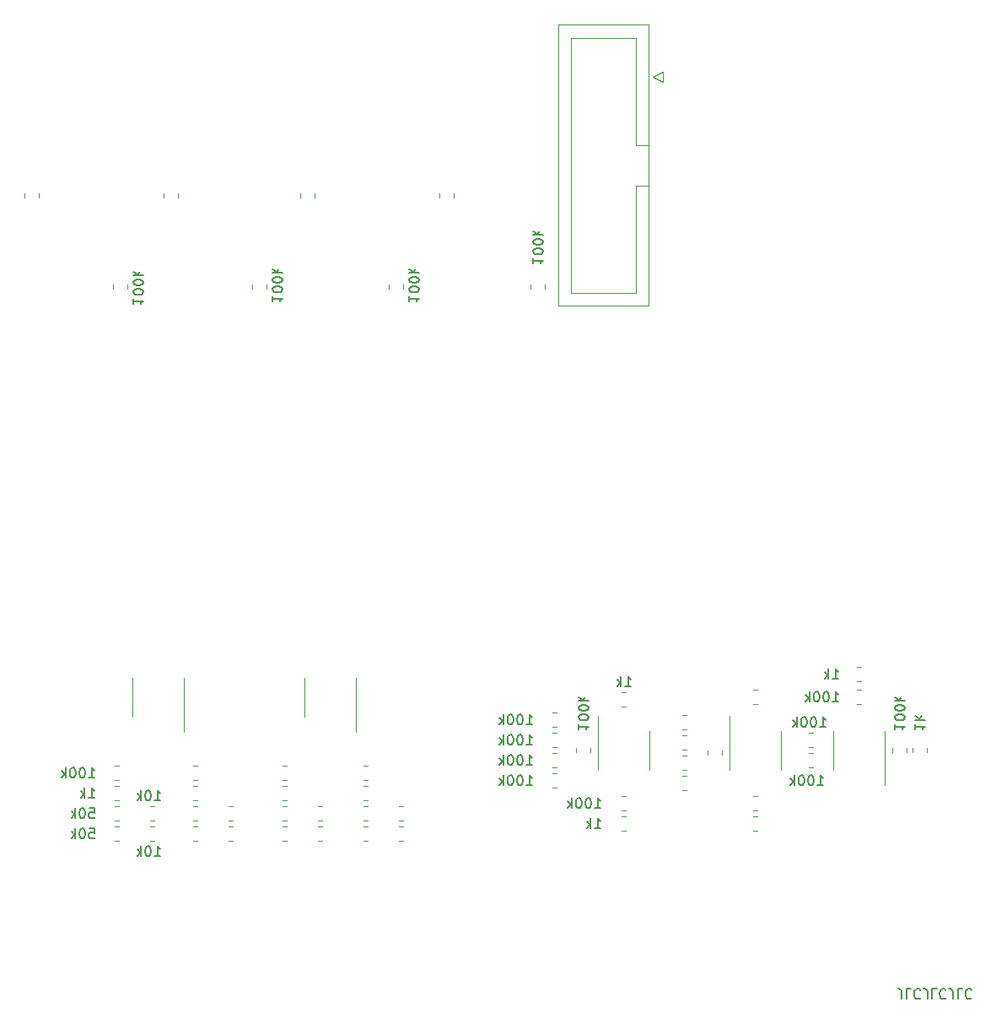
<source format=gbr>
%TF.GenerationSoftware,KiCad,Pcbnew,(6.0.0-0)*%
%TF.CreationDate,2022-12-13T14:04:23-05:00*%
%TF.ProjectId,mixer,6d697865-722e-46b6-9963-61645f706362,rev?*%
%TF.SameCoordinates,Original*%
%TF.FileFunction,Legend,Bot*%
%TF.FilePolarity,Positive*%
%FSLAX46Y46*%
G04 Gerber Fmt 4.6, Leading zero omitted, Abs format (unit mm)*
G04 Created by KiCad (PCBNEW (6.0.0-0)) date 2022-12-13 14:04:23*
%MOMM*%
%LPD*%
G01*
G04 APERTURE LIST*
%ADD10C,0.150000*%
%ADD11C,0.120000*%
G04 APERTURE END LIST*
D10*
X45930595Y-120946380D02*
X46502023Y-120946380D01*
X46216309Y-120946380D02*
X46216309Y-119946380D01*
X46311547Y-120089238D01*
X46406785Y-120184476D01*
X46502023Y-120232095D01*
X45502023Y-120946380D02*
X45502023Y-119946380D01*
X45406785Y-120565428D02*
X45121071Y-120946380D01*
X45121071Y-120279714D02*
X45502023Y-120660666D01*
X119082595Y-119676380D02*
X119654023Y-119676380D01*
X119368309Y-119676380D02*
X119368309Y-118676380D01*
X119463547Y-118819238D01*
X119558785Y-118914476D01*
X119654023Y-118962095D01*
X118463547Y-118676380D02*
X118368309Y-118676380D01*
X118273071Y-118724000D01*
X118225452Y-118771619D01*
X118177833Y-118866857D01*
X118130214Y-119057333D01*
X118130214Y-119295428D01*
X118177833Y-119485904D01*
X118225452Y-119581142D01*
X118273071Y-119628761D01*
X118368309Y-119676380D01*
X118463547Y-119676380D01*
X118558785Y-119628761D01*
X118606404Y-119581142D01*
X118654023Y-119485904D01*
X118701642Y-119295428D01*
X118701642Y-119057333D01*
X118654023Y-118866857D01*
X118606404Y-118771619D01*
X118558785Y-118724000D01*
X118463547Y-118676380D01*
X117511166Y-118676380D02*
X117415928Y-118676380D01*
X117320690Y-118724000D01*
X117273071Y-118771619D01*
X117225452Y-118866857D01*
X117177833Y-119057333D01*
X117177833Y-119295428D01*
X117225452Y-119485904D01*
X117273071Y-119581142D01*
X117320690Y-119628761D01*
X117415928Y-119676380D01*
X117511166Y-119676380D01*
X117606404Y-119628761D01*
X117654023Y-119581142D01*
X117701642Y-119485904D01*
X117749261Y-119295428D01*
X117749261Y-119057333D01*
X117701642Y-118866857D01*
X117654023Y-118771619D01*
X117606404Y-118724000D01*
X117511166Y-118676380D01*
X116749261Y-119676380D02*
X116749261Y-118676380D01*
X116654023Y-119295428D02*
X116368309Y-119676380D01*
X116368309Y-119009714D02*
X116749261Y-119390666D01*
X126855619Y-113538595D02*
X126855619Y-114110023D01*
X126855619Y-113824309D02*
X127855619Y-113824309D01*
X127712761Y-113919547D01*
X127617523Y-114014785D01*
X127569904Y-114110023D01*
X127855619Y-112919547D02*
X127855619Y-112824309D01*
X127808000Y-112729071D01*
X127760380Y-112681452D01*
X127665142Y-112633833D01*
X127474666Y-112586214D01*
X127236571Y-112586214D01*
X127046095Y-112633833D01*
X126950857Y-112681452D01*
X126903238Y-112729071D01*
X126855619Y-112824309D01*
X126855619Y-112919547D01*
X126903238Y-113014785D01*
X126950857Y-113062404D01*
X127046095Y-113110023D01*
X127236571Y-113157642D01*
X127474666Y-113157642D01*
X127665142Y-113110023D01*
X127760380Y-113062404D01*
X127808000Y-113014785D01*
X127855619Y-112919547D01*
X127855619Y-111967166D02*
X127855619Y-111871928D01*
X127808000Y-111776690D01*
X127760380Y-111729071D01*
X127665142Y-111681452D01*
X127474666Y-111633833D01*
X127236571Y-111633833D01*
X127046095Y-111681452D01*
X126950857Y-111729071D01*
X126903238Y-111776690D01*
X126855619Y-111871928D01*
X126855619Y-111967166D01*
X126903238Y-112062404D01*
X126950857Y-112110023D01*
X127046095Y-112157642D01*
X127236571Y-112205261D01*
X127474666Y-112205261D01*
X127665142Y-112157642D01*
X127760380Y-112110023D01*
X127808000Y-112062404D01*
X127855619Y-111967166D01*
X126855619Y-111205261D02*
X127855619Y-111205261D01*
X127236571Y-111110023D02*
X126855619Y-110824309D01*
X127522285Y-110824309D02*
X127141333Y-111205261D01*
X89872595Y-115612380D02*
X90444023Y-115612380D01*
X90158309Y-115612380D02*
X90158309Y-114612380D01*
X90253547Y-114755238D01*
X90348785Y-114850476D01*
X90444023Y-114898095D01*
X89253547Y-114612380D02*
X89158309Y-114612380D01*
X89063071Y-114660000D01*
X89015452Y-114707619D01*
X88967833Y-114802857D01*
X88920214Y-114993333D01*
X88920214Y-115231428D01*
X88967833Y-115421904D01*
X89015452Y-115517142D01*
X89063071Y-115564761D01*
X89158309Y-115612380D01*
X89253547Y-115612380D01*
X89348785Y-115564761D01*
X89396404Y-115517142D01*
X89444023Y-115421904D01*
X89491642Y-115231428D01*
X89491642Y-114993333D01*
X89444023Y-114802857D01*
X89396404Y-114707619D01*
X89348785Y-114660000D01*
X89253547Y-114612380D01*
X88301166Y-114612380D02*
X88205928Y-114612380D01*
X88110690Y-114660000D01*
X88063071Y-114707619D01*
X88015452Y-114802857D01*
X87967833Y-114993333D01*
X87967833Y-115231428D01*
X88015452Y-115421904D01*
X88063071Y-115517142D01*
X88110690Y-115564761D01*
X88205928Y-115612380D01*
X88301166Y-115612380D01*
X88396404Y-115564761D01*
X88444023Y-115517142D01*
X88491642Y-115421904D01*
X88539261Y-115231428D01*
X88539261Y-114993333D01*
X88491642Y-114802857D01*
X88444023Y-114707619D01*
X88396404Y-114660000D01*
X88301166Y-114612380D01*
X87539261Y-115612380D02*
X87539261Y-114612380D01*
X87444023Y-115231428D02*
X87158309Y-115612380D01*
X87158309Y-114945714D02*
X87539261Y-115326666D01*
X99778595Y-109770380D02*
X100350023Y-109770380D01*
X100064309Y-109770380D02*
X100064309Y-108770380D01*
X100159547Y-108913238D01*
X100254785Y-109008476D01*
X100350023Y-109056095D01*
X99350023Y-109770380D02*
X99350023Y-108770380D01*
X99254785Y-109389428D02*
X98969071Y-109770380D01*
X98969071Y-109103714D02*
X99350023Y-109484666D01*
X50401619Y-70866595D02*
X50401619Y-71438023D01*
X50401619Y-71152309D02*
X51401619Y-71152309D01*
X51258761Y-71247547D01*
X51163523Y-71342785D01*
X51115904Y-71438023D01*
X51401619Y-70247547D02*
X51401619Y-70152309D01*
X51354000Y-70057071D01*
X51306380Y-70009452D01*
X51211142Y-69961833D01*
X51020666Y-69914214D01*
X50782571Y-69914214D01*
X50592095Y-69961833D01*
X50496857Y-70009452D01*
X50449238Y-70057071D01*
X50401619Y-70152309D01*
X50401619Y-70247547D01*
X50449238Y-70342785D01*
X50496857Y-70390404D01*
X50592095Y-70438023D01*
X50782571Y-70485642D01*
X51020666Y-70485642D01*
X51211142Y-70438023D01*
X51306380Y-70390404D01*
X51354000Y-70342785D01*
X51401619Y-70247547D01*
X51401619Y-69295166D02*
X51401619Y-69199928D01*
X51354000Y-69104690D01*
X51306380Y-69057071D01*
X51211142Y-69009452D01*
X51020666Y-68961833D01*
X50782571Y-68961833D01*
X50592095Y-69009452D01*
X50496857Y-69057071D01*
X50449238Y-69104690D01*
X50401619Y-69199928D01*
X50401619Y-69295166D01*
X50449238Y-69390404D01*
X50496857Y-69438023D01*
X50592095Y-69485642D01*
X50782571Y-69533261D01*
X51020666Y-69533261D01*
X51211142Y-69485642D01*
X51306380Y-69438023D01*
X51354000Y-69390404D01*
X51401619Y-69295166D01*
X50401619Y-68533261D02*
X51401619Y-68533261D01*
X50782571Y-68438023D02*
X50401619Y-68152309D01*
X51068285Y-68152309D02*
X50687333Y-68533261D01*
X96730595Y-121962380D02*
X97302023Y-121962380D01*
X97016309Y-121962380D02*
X97016309Y-120962380D01*
X97111547Y-121105238D01*
X97206785Y-121200476D01*
X97302023Y-121248095D01*
X96111547Y-120962380D02*
X96016309Y-120962380D01*
X95921071Y-121010000D01*
X95873452Y-121057619D01*
X95825833Y-121152857D01*
X95778214Y-121343333D01*
X95778214Y-121581428D01*
X95825833Y-121771904D01*
X95873452Y-121867142D01*
X95921071Y-121914761D01*
X96016309Y-121962380D01*
X96111547Y-121962380D01*
X96206785Y-121914761D01*
X96254404Y-121867142D01*
X96302023Y-121771904D01*
X96349642Y-121581428D01*
X96349642Y-121343333D01*
X96302023Y-121152857D01*
X96254404Y-121057619D01*
X96206785Y-121010000D01*
X96111547Y-120962380D01*
X95159166Y-120962380D02*
X95063928Y-120962380D01*
X94968690Y-121010000D01*
X94921071Y-121057619D01*
X94873452Y-121152857D01*
X94825833Y-121343333D01*
X94825833Y-121581428D01*
X94873452Y-121771904D01*
X94921071Y-121867142D01*
X94968690Y-121914761D01*
X95063928Y-121962380D01*
X95159166Y-121962380D01*
X95254404Y-121914761D01*
X95302023Y-121867142D01*
X95349642Y-121771904D01*
X95397261Y-121581428D01*
X95397261Y-121343333D01*
X95349642Y-121152857D01*
X95302023Y-121057619D01*
X95254404Y-121010000D01*
X95159166Y-120962380D01*
X94397261Y-121962380D02*
X94397261Y-120962380D01*
X94302023Y-121581428D02*
X94016309Y-121962380D01*
X94016309Y-121295714D02*
X94397261Y-121676666D01*
X89872595Y-119676380D02*
X90444023Y-119676380D01*
X90158309Y-119676380D02*
X90158309Y-118676380D01*
X90253547Y-118819238D01*
X90348785Y-118914476D01*
X90444023Y-118962095D01*
X89253547Y-118676380D02*
X89158309Y-118676380D01*
X89063071Y-118724000D01*
X89015452Y-118771619D01*
X88967833Y-118866857D01*
X88920214Y-119057333D01*
X88920214Y-119295428D01*
X88967833Y-119485904D01*
X89015452Y-119581142D01*
X89063071Y-119628761D01*
X89158309Y-119676380D01*
X89253547Y-119676380D01*
X89348785Y-119628761D01*
X89396404Y-119581142D01*
X89444023Y-119485904D01*
X89491642Y-119295428D01*
X89491642Y-119057333D01*
X89444023Y-118866857D01*
X89396404Y-118771619D01*
X89348785Y-118724000D01*
X89253547Y-118676380D01*
X88301166Y-118676380D02*
X88205928Y-118676380D01*
X88110690Y-118724000D01*
X88063071Y-118771619D01*
X88015452Y-118866857D01*
X87967833Y-119057333D01*
X87967833Y-119295428D01*
X88015452Y-119485904D01*
X88063071Y-119581142D01*
X88110690Y-119628761D01*
X88205928Y-119676380D01*
X88301166Y-119676380D01*
X88396404Y-119628761D01*
X88444023Y-119581142D01*
X88491642Y-119485904D01*
X88539261Y-119295428D01*
X88539261Y-119057333D01*
X88491642Y-118866857D01*
X88444023Y-118771619D01*
X88396404Y-118724000D01*
X88301166Y-118676380D01*
X87539261Y-119676380D02*
X87539261Y-118676380D01*
X87444023Y-119295428D02*
X87158309Y-119676380D01*
X87158309Y-119009714D02*
X87539261Y-119390666D01*
X45978214Y-124010380D02*
X46454404Y-124010380D01*
X46502023Y-124486571D01*
X46454404Y-124438952D01*
X46359166Y-124391333D01*
X46121071Y-124391333D01*
X46025833Y-124438952D01*
X45978214Y-124486571D01*
X45930595Y-124581809D01*
X45930595Y-124819904D01*
X45978214Y-124915142D01*
X46025833Y-124962761D01*
X46121071Y-125010380D01*
X46359166Y-125010380D01*
X46454404Y-124962761D01*
X46502023Y-124915142D01*
X45311547Y-124010380D02*
X45216309Y-124010380D01*
X45121071Y-124058000D01*
X45073452Y-124105619D01*
X45025833Y-124200857D01*
X44978214Y-124391333D01*
X44978214Y-124629428D01*
X45025833Y-124819904D01*
X45073452Y-124915142D01*
X45121071Y-124962761D01*
X45216309Y-125010380D01*
X45311547Y-125010380D01*
X45406785Y-124962761D01*
X45454404Y-124915142D01*
X45502023Y-124819904D01*
X45549642Y-124629428D01*
X45549642Y-124391333D01*
X45502023Y-124200857D01*
X45454404Y-124105619D01*
X45406785Y-124058000D01*
X45311547Y-124010380D01*
X44549642Y-125010380D02*
X44549642Y-124010380D01*
X44454404Y-124629428D02*
X44168690Y-125010380D01*
X44168690Y-124343714D02*
X44549642Y-124724666D01*
X90533619Y-66802595D02*
X90533619Y-67374023D01*
X90533619Y-67088309D02*
X91533619Y-67088309D01*
X91390761Y-67183547D01*
X91295523Y-67278785D01*
X91247904Y-67374023D01*
X91533619Y-66183547D02*
X91533619Y-66088309D01*
X91486000Y-65993071D01*
X91438380Y-65945452D01*
X91343142Y-65897833D01*
X91152666Y-65850214D01*
X90914571Y-65850214D01*
X90724095Y-65897833D01*
X90628857Y-65945452D01*
X90581238Y-65993071D01*
X90533619Y-66088309D01*
X90533619Y-66183547D01*
X90581238Y-66278785D01*
X90628857Y-66326404D01*
X90724095Y-66374023D01*
X90914571Y-66421642D01*
X91152666Y-66421642D01*
X91343142Y-66374023D01*
X91438380Y-66326404D01*
X91486000Y-66278785D01*
X91533619Y-66183547D01*
X91533619Y-65231166D02*
X91533619Y-65135928D01*
X91486000Y-65040690D01*
X91438380Y-64993071D01*
X91343142Y-64945452D01*
X91152666Y-64897833D01*
X90914571Y-64897833D01*
X90724095Y-64945452D01*
X90628857Y-64993071D01*
X90581238Y-65040690D01*
X90533619Y-65135928D01*
X90533619Y-65231166D01*
X90581238Y-65326404D01*
X90628857Y-65374023D01*
X90724095Y-65421642D01*
X90914571Y-65469261D01*
X91152666Y-65469261D01*
X91343142Y-65421642D01*
X91438380Y-65374023D01*
X91486000Y-65326404D01*
X91533619Y-65231166D01*
X90533619Y-64469261D02*
X91533619Y-64469261D01*
X90914571Y-64374023D02*
X90533619Y-64088309D01*
X91200285Y-64088309D02*
X90819333Y-64469261D01*
X119336595Y-113834380D02*
X119908023Y-113834380D01*
X119622309Y-113834380D02*
X119622309Y-112834380D01*
X119717547Y-112977238D01*
X119812785Y-113072476D01*
X119908023Y-113120095D01*
X118717547Y-112834380D02*
X118622309Y-112834380D01*
X118527071Y-112882000D01*
X118479452Y-112929619D01*
X118431833Y-113024857D01*
X118384214Y-113215333D01*
X118384214Y-113453428D01*
X118431833Y-113643904D01*
X118479452Y-113739142D01*
X118527071Y-113786761D01*
X118622309Y-113834380D01*
X118717547Y-113834380D01*
X118812785Y-113786761D01*
X118860404Y-113739142D01*
X118908023Y-113643904D01*
X118955642Y-113453428D01*
X118955642Y-113215333D01*
X118908023Y-113024857D01*
X118860404Y-112929619D01*
X118812785Y-112882000D01*
X118717547Y-112834380D01*
X117765166Y-112834380D02*
X117669928Y-112834380D01*
X117574690Y-112882000D01*
X117527071Y-112929619D01*
X117479452Y-113024857D01*
X117431833Y-113215333D01*
X117431833Y-113453428D01*
X117479452Y-113643904D01*
X117527071Y-113739142D01*
X117574690Y-113786761D01*
X117669928Y-113834380D01*
X117765166Y-113834380D01*
X117860404Y-113786761D01*
X117908023Y-113739142D01*
X117955642Y-113643904D01*
X118003261Y-113453428D01*
X118003261Y-113215333D01*
X117955642Y-113024857D01*
X117908023Y-112929619D01*
X117860404Y-112882000D01*
X117765166Y-112834380D01*
X117003261Y-113834380D02*
X117003261Y-112834380D01*
X116908023Y-113453428D02*
X116622309Y-113834380D01*
X116622309Y-113167714D02*
X117003261Y-113548666D01*
X127530666Y-141107619D02*
X127530666Y-140393333D01*
X127483047Y-140250476D01*
X127387809Y-140155238D01*
X127244952Y-140107619D01*
X127149714Y-140107619D01*
X128483047Y-140107619D02*
X128006857Y-140107619D01*
X128006857Y-141107619D01*
X129387809Y-140202857D02*
X129340190Y-140155238D01*
X129197333Y-140107619D01*
X129102095Y-140107619D01*
X128959238Y-140155238D01*
X128864000Y-140250476D01*
X128816380Y-140345714D01*
X128768761Y-140536190D01*
X128768761Y-140679047D01*
X128816380Y-140869523D01*
X128864000Y-140964761D01*
X128959238Y-141060000D01*
X129102095Y-141107619D01*
X129197333Y-141107619D01*
X129340190Y-141060000D01*
X129387809Y-141012380D01*
X130102095Y-141107619D02*
X130102095Y-140393333D01*
X130054476Y-140250476D01*
X129959238Y-140155238D01*
X129816380Y-140107619D01*
X129721142Y-140107619D01*
X131054476Y-140107619D02*
X130578285Y-140107619D01*
X130578285Y-141107619D01*
X131959238Y-140202857D02*
X131911619Y-140155238D01*
X131768761Y-140107619D01*
X131673523Y-140107619D01*
X131530666Y-140155238D01*
X131435428Y-140250476D01*
X131387809Y-140345714D01*
X131340190Y-140536190D01*
X131340190Y-140679047D01*
X131387809Y-140869523D01*
X131435428Y-140964761D01*
X131530666Y-141060000D01*
X131673523Y-141107619D01*
X131768761Y-141107619D01*
X131911619Y-141060000D01*
X131959238Y-141012380D01*
X132673523Y-141107619D02*
X132673523Y-140393333D01*
X132625904Y-140250476D01*
X132530666Y-140155238D01*
X132387809Y-140107619D01*
X132292571Y-140107619D01*
X133625904Y-140107619D02*
X133149714Y-140107619D01*
X133149714Y-141107619D01*
X134530666Y-140202857D02*
X134483047Y-140155238D01*
X134340190Y-140107619D01*
X134244952Y-140107619D01*
X134102095Y-140155238D01*
X134006857Y-140250476D01*
X133959238Y-140345714D01*
X133911619Y-140536190D01*
X133911619Y-140679047D01*
X133959238Y-140869523D01*
X134006857Y-140964761D01*
X134102095Y-141060000D01*
X134244952Y-141107619D01*
X134340190Y-141107619D01*
X134483047Y-141060000D01*
X134530666Y-141012380D01*
X89872595Y-117644380D02*
X90444023Y-117644380D01*
X90158309Y-117644380D02*
X90158309Y-116644380D01*
X90253547Y-116787238D01*
X90348785Y-116882476D01*
X90444023Y-116930095D01*
X89253547Y-116644380D02*
X89158309Y-116644380D01*
X89063071Y-116692000D01*
X89015452Y-116739619D01*
X88967833Y-116834857D01*
X88920214Y-117025333D01*
X88920214Y-117263428D01*
X88967833Y-117453904D01*
X89015452Y-117549142D01*
X89063071Y-117596761D01*
X89158309Y-117644380D01*
X89253547Y-117644380D01*
X89348785Y-117596761D01*
X89396404Y-117549142D01*
X89444023Y-117453904D01*
X89491642Y-117263428D01*
X89491642Y-117025333D01*
X89444023Y-116834857D01*
X89396404Y-116739619D01*
X89348785Y-116692000D01*
X89253547Y-116644380D01*
X88301166Y-116644380D02*
X88205928Y-116644380D01*
X88110690Y-116692000D01*
X88063071Y-116739619D01*
X88015452Y-116834857D01*
X87967833Y-117025333D01*
X87967833Y-117263428D01*
X88015452Y-117453904D01*
X88063071Y-117549142D01*
X88110690Y-117596761D01*
X88205928Y-117644380D01*
X88301166Y-117644380D01*
X88396404Y-117596761D01*
X88444023Y-117549142D01*
X88491642Y-117453904D01*
X88539261Y-117263428D01*
X88539261Y-117025333D01*
X88491642Y-116834857D01*
X88444023Y-116739619D01*
X88396404Y-116692000D01*
X88301166Y-116644380D01*
X87539261Y-117644380D02*
X87539261Y-116644380D01*
X87444023Y-117263428D02*
X87158309Y-117644380D01*
X87158309Y-116977714D02*
X87539261Y-117358666D01*
X45978214Y-121978380D02*
X46454404Y-121978380D01*
X46502023Y-122454571D01*
X46454404Y-122406952D01*
X46359166Y-122359333D01*
X46121071Y-122359333D01*
X46025833Y-122406952D01*
X45978214Y-122454571D01*
X45930595Y-122549809D01*
X45930595Y-122787904D01*
X45978214Y-122883142D01*
X46025833Y-122930761D01*
X46121071Y-122978380D01*
X46359166Y-122978380D01*
X46454404Y-122930761D01*
X46502023Y-122883142D01*
X45311547Y-121978380D02*
X45216309Y-121978380D01*
X45121071Y-122026000D01*
X45073452Y-122073619D01*
X45025833Y-122168857D01*
X44978214Y-122359333D01*
X44978214Y-122597428D01*
X45025833Y-122787904D01*
X45073452Y-122883142D01*
X45121071Y-122930761D01*
X45216309Y-122978380D01*
X45311547Y-122978380D01*
X45406785Y-122930761D01*
X45454404Y-122883142D01*
X45502023Y-122787904D01*
X45549642Y-122597428D01*
X45549642Y-122359333D01*
X45502023Y-122168857D01*
X45454404Y-122073619D01*
X45406785Y-122026000D01*
X45311547Y-121978380D01*
X44549642Y-122978380D02*
X44549642Y-121978380D01*
X44454404Y-122597428D02*
X44168690Y-122978380D01*
X44168690Y-122311714D02*
X44549642Y-122692666D01*
X52534595Y-126788380D02*
X53106023Y-126788380D01*
X52820309Y-126788380D02*
X52820309Y-125788380D01*
X52915547Y-125931238D01*
X53010785Y-126026476D01*
X53106023Y-126074095D01*
X51915547Y-125788380D02*
X51820309Y-125788380D01*
X51725071Y-125836000D01*
X51677452Y-125883619D01*
X51629833Y-125978857D01*
X51582214Y-126169333D01*
X51582214Y-126407428D01*
X51629833Y-126597904D01*
X51677452Y-126693142D01*
X51725071Y-126740761D01*
X51820309Y-126788380D01*
X51915547Y-126788380D01*
X52010785Y-126740761D01*
X52058404Y-126693142D01*
X52106023Y-126597904D01*
X52153642Y-126407428D01*
X52153642Y-126169333D01*
X52106023Y-125978857D01*
X52058404Y-125883619D01*
X52010785Y-125836000D01*
X51915547Y-125788380D01*
X51153642Y-126788380D02*
X51153642Y-125788380D01*
X51058404Y-126407428D02*
X50772690Y-126788380D01*
X50772690Y-126121714D02*
X51153642Y-126502666D01*
X52534595Y-121200380D02*
X53106023Y-121200380D01*
X52820309Y-121200380D02*
X52820309Y-120200380D01*
X52915547Y-120343238D01*
X53010785Y-120438476D01*
X53106023Y-120486095D01*
X51915547Y-120200380D02*
X51820309Y-120200380D01*
X51725071Y-120248000D01*
X51677452Y-120295619D01*
X51629833Y-120390857D01*
X51582214Y-120581333D01*
X51582214Y-120819428D01*
X51629833Y-121009904D01*
X51677452Y-121105142D01*
X51725071Y-121152761D01*
X51820309Y-121200380D01*
X51915547Y-121200380D01*
X52010785Y-121152761D01*
X52058404Y-121105142D01*
X52106023Y-121009904D01*
X52153642Y-120819428D01*
X52153642Y-120581333D01*
X52106023Y-120390857D01*
X52058404Y-120295619D01*
X52010785Y-120248000D01*
X51915547Y-120200380D01*
X51153642Y-121200380D02*
X51153642Y-120200380D01*
X51058404Y-120819428D02*
X50772690Y-121200380D01*
X50772690Y-120533714D02*
X51153642Y-120914666D01*
X96730595Y-123994380D02*
X97302023Y-123994380D01*
X97016309Y-123994380D02*
X97016309Y-122994380D01*
X97111547Y-123137238D01*
X97206785Y-123232476D01*
X97302023Y-123280095D01*
X96302023Y-123994380D02*
X96302023Y-122994380D01*
X96206785Y-123613428D02*
X95921071Y-123994380D01*
X95921071Y-123327714D02*
X96302023Y-123708666D01*
X78087619Y-70612595D02*
X78087619Y-71184023D01*
X78087619Y-70898309D02*
X79087619Y-70898309D01*
X78944761Y-70993547D01*
X78849523Y-71088785D01*
X78801904Y-71184023D01*
X79087619Y-69993547D02*
X79087619Y-69898309D01*
X79040000Y-69803071D01*
X78992380Y-69755452D01*
X78897142Y-69707833D01*
X78706666Y-69660214D01*
X78468571Y-69660214D01*
X78278095Y-69707833D01*
X78182857Y-69755452D01*
X78135238Y-69803071D01*
X78087619Y-69898309D01*
X78087619Y-69993547D01*
X78135238Y-70088785D01*
X78182857Y-70136404D01*
X78278095Y-70184023D01*
X78468571Y-70231642D01*
X78706666Y-70231642D01*
X78897142Y-70184023D01*
X78992380Y-70136404D01*
X79040000Y-70088785D01*
X79087619Y-69993547D01*
X79087619Y-69041166D02*
X79087619Y-68945928D01*
X79040000Y-68850690D01*
X78992380Y-68803071D01*
X78897142Y-68755452D01*
X78706666Y-68707833D01*
X78468571Y-68707833D01*
X78278095Y-68755452D01*
X78182857Y-68803071D01*
X78135238Y-68850690D01*
X78087619Y-68945928D01*
X78087619Y-69041166D01*
X78135238Y-69136404D01*
X78182857Y-69184023D01*
X78278095Y-69231642D01*
X78468571Y-69279261D01*
X78706666Y-69279261D01*
X78897142Y-69231642D01*
X78992380Y-69184023D01*
X79040000Y-69136404D01*
X79087619Y-69041166D01*
X78087619Y-68279261D02*
X79087619Y-68279261D01*
X78468571Y-68184023D02*
X78087619Y-67898309D01*
X78754285Y-67898309D02*
X78373333Y-68279261D01*
X64371619Y-70612595D02*
X64371619Y-71184023D01*
X64371619Y-70898309D02*
X65371619Y-70898309D01*
X65228761Y-70993547D01*
X65133523Y-71088785D01*
X65085904Y-71184023D01*
X65371619Y-69993547D02*
X65371619Y-69898309D01*
X65324000Y-69803071D01*
X65276380Y-69755452D01*
X65181142Y-69707833D01*
X64990666Y-69660214D01*
X64752571Y-69660214D01*
X64562095Y-69707833D01*
X64466857Y-69755452D01*
X64419238Y-69803071D01*
X64371619Y-69898309D01*
X64371619Y-69993547D01*
X64419238Y-70088785D01*
X64466857Y-70136404D01*
X64562095Y-70184023D01*
X64752571Y-70231642D01*
X64990666Y-70231642D01*
X65181142Y-70184023D01*
X65276380Y-70136404D01*
X65324000Y-70088785D01*
X65371619Y-69993547D01*
X65371619Y-69041166D02*
X65371619Y-68945928D01*
X65324000Y-68850690D01*
X65276380Y-68803071D01*
X65181142Y-68755452D01*
X64990666Y-68707833D01*
X64752571Y-68707833D01*
X64562095Y-68755452D01*
X64466857Y-68803071D01*
X64419238Y-68850690D01*
X64371619Y-68945928D01*
X64371619Y-69041166D01*
X64419238Y-69136404D01*
X64466857Y-69184023D01*
X64562095Y-69231642D01*
X64752571Y-69279261D01*
X64990666Y-69279261D01*
X65181142Y-69231642D01*
X65276380Y-69184023D01*
X65324000Y-69136404D01*
X65371619Y-69041166D01*
X64371619Y-68279261D02*
X65371619Y-68279261D01*
X64752571Y-68184023D02*
X64371619Y-67898309D01*
X65038285Y-67898309D02*
X64657333Y-68279261D01*
X95105619Y-113538595D02*
X95105619Y-114110023D01*
X95105619Y-113824309D02*
X96105619Y-113824309D01*
X95962761Y-113919547D01*
X95867523Y-114014785D01*
X95819904Y-114110023D01*
X96105619Y-112919547D02*
X96105619Y-112824309D01*
X96058000Y-112729071D01*
X96010380Y-112681452D01*
X95915142Y-112633833D01*
X95724666Y-112586214D01*
X95486571Y-112586214D01*
X95296095Y-112633833D01*
X95200857Y-112681452D01*
X95153238Y-112729071D01*
X95105619Y-112824309D01*
X95105619Y-112919547D01*
X95153238Y-113014785D01*
X95200857Y-113062404D01*
X95296095Y-113110023D01*
X95486571Y-113157642D01*
X95724666Y-113157642D01*
X95915142Y-113110023D01*
X96010380Y-113062404D01*
X96058000Y-113014785D01*
X96105619Y-112919547D01*
X96105619Y-111967166D02*
X96105619Y-111871928D01*
X96058000Y-111776690D01*
X96010380Y-111729071D01*
X95915142Y-111681452D01*
X95724666Y-111633833D01*
X95486571Y-111633833D01*
X95296095Y-111681452D01*
X95200857Y-111729071D01*
X95153238Y-111776690D01*
X95105619Y-111871928D01*
X95105619Y-111967166D01*
X95153238Y-112062404D01*
X95200857Y-112110023D01*
X95296095Y-112157642D01*
X95486571Y-112205261D01*
X95724666Y-112205261D01*
X95915142Y-112157642D01*
X96010380Y-112110023D01*
X96058000Y-112062404D01*
X96105619Y-111967166D01*
X95105619Y-111205261D02*
X96105619Y-111205261D01*
X95486571Y-111110023D02*
X95105619Y-110824309D01*
X95772285Y-110824309D02*
X95391333Y-111205261D01*
X120606595Y-109008380D02*
X121178023Y-109008380D01*
X120892309Y-109008380D02*
X120892309Y-108008380D01*
X120987547Y-108151238D01*
X121082785Y-108246476D01*
X121178023Y-108294095D01*
X120178023Y-109008380D02*
X120178023Y-108008380D01*
X120082785Y-108627428D02*
X119797071Y-109008380D01*
X119797071Y-108341714D02*
X120178023Y-108722666D01*
X45930595Y-118914380D02*
X46502023Y-118914380D01*
X46216309Y-118914380D02*
X46216309Y-117914380D01*
X46311547Y-118057238D01*
X46406785Y-118152476D01*
X46502023Y-118200095D01*
X45311547Y-117914380D02*
X45216309Y-117914380D01*
X45121071Y-117962000D01*
X45073452Y-118009619D01*
X45025833Y-118104857D01*
X44978214Y-118295333D01*
X44978214Y-118533428D01*
X45025833Y-118723904D01*
X45073452Y-118819142D01*
X45121071Y-118866761D01*
X45216309Y-118914380D01*
X45311547Y-118914380D01*
X45406785Y-118866761D01*
X45454404Y-118819142D01*
X45502023Y-118723904D01*
X45549642Y-118533428D01*
X45549642Y-118295333D01*
X45502023Y-118104857D01*
X45454404Y-118009619D01*
X45406785Y-117962000D01*
X45311547Y-117914380D01*
X44359166Y-117914380D02*
X44263928Y-117914380D01*
X44168690Y-117962000D01*
X44121071Y-118009619D01*
X44073452Y-118104857D01*
X44025833Y-118295333D01*
X44025833Y-118533428D01*
X44073452Y-118723904D01*
X44121071Y-118819142D01*
X44168690Y-118866761D01*
X44263928Y-118914380D01*
X44359166Y-118914380D01*
X44454404Y-118866761D01*
X44502023Y-118819142D01*
X44549642Y-118723904D01*
X44597261Y-118533428D01*
X44597261Y-118295333D01*
X44549642Y-118104857D01*
X44502023Y-118009619D01*
X44454404Y-117962000D01*
X44359166Y-117914380D01*
X43597261Y-118914380D02*
X43597261Y-117914380D01*
X43502023Y-118533428D02*
X43216309Y-118914380D01*
X43216309Y-118247714D02*
X43597261Y-118628666D01*
X128887619Y-113538595D02*
X128887619Y-114110023D01*
X128887619Y-113824309D02*
X129887619Y-113824309D01*
X129744761Y-113919547D01*
X129649523Y-114014785D01*
X129601904Y-114110023D01*
X128887619Y-113110023D02*
X129887619Y-113110023D01*
X129268571Y-113014785D02*
X128887619Y-112729071D01*
X129554285Y-112729071D02*
X129173333Y-113110023D01*
X89872595Y-113580380D02*
X90444023Y-113580380D01*
X90158309Y-113580380D02*
X90158309Y-112580380D01*
X90253547Y-112723238D01*
X90348785Y-112818476D01*
X90444023Y-112866095D01*
X89253547Y-112580380D02*
X89158309Y-112580380D01*
X89063071Y-112628000D01*
X89015452Y-112675619D01*
X88967833Y-112770857D01*
X88920214Y-112961333D01*
X88920214Y-113199428D01*
X88967833Y-113389904D01*
X89015452Y-113485142D01*
X89063071Y-113532761D01*
X89158309Y-113580380D01*
X89253547Y-113580380D01*
X89348785Y-113532761D01*
X89396404Y-113485142D01*
X89444023Y-113389904D01*
X89491642Y-113199428D01*
X89491642Y-112961333D01*
X89444023Y-112770857D01*
X89396404Y-112675619D01*
X89348785Y-112628000D01*
X89253547Y-112580380D01*
X88301166Y-112580380D02*
X88205928Y-112580380D01*
X88110690Y-112628000D01*
X88063071Y-112675619D01*
X88015452Y-112770857D01*
X87967833Y-112961333D01*
X87967833Y-113199428D01*
X88015452Y-113389904D01*
X88063071Y-113485142D01*
X88110690Y-113532761D01*
X88205928Y-113580380D01*
X88301166Y-113580380D01*
X88396404Y-113532761D01*
X88444023Y-113485142D01*
X88491642Y-113389904D01*
X88539261Y-113199428D01*
X88539261Y-112961333D01*
X88491642Y-112770857D01*
X88444023Y-112675619D01*
X88396404Y-112628000D01*
X88301166Y-112580380D01*
X87539261Y-113580380D02*
X87539261Y-112580380D01*
X87444023Y-113199428D02*
X87158309Y-113580380D01*
X87158309Y-112913714D02*
X87539261Y-113294666D01*
X120606595Y-111294380D02*
X121178023Y-111294380D01*
X120892309Y-111294380D02*
X120892309Y-110294380D01*
X120987547Y-110437238D01*
X121082785Y-110532476D01*
X121178023Y-110580095D01*
X119987547Y-110294380D02*
X119892309Y-110294380D01*
X119797071Y-110342000D01*
X119749452Y-110389619D01*
X119701833Y-110484857D01*
X119654214Y-110675333D01*
X119654214Y-110913428D01*
X119701833Y-111103904D01*
X119749452Y-111199142D01*
X119797071Y-111246761D01*
X119892309Y-111294380D01*
X119987547Y-111294380D01*
X120082785Y-111246761D01*
X120130404Y-111199142D01*
X120178023Y-111103904D01*
X120225642Y-110913428D01*
X120225642Y-110675333D01*
X120178023Y-110484857D01*
X120130404Y-110389619D01*
X120082785Y-110342000D01*
X119987547Y-110294380D01*
X119035166Y-110294380D02*
X118939928Y-110294380D01*
X118844690Y-110342000D01*
X118797071Y-110389619D01*
X118749452Y-110484857D01*
X118701833Y-110675333D01*
X118701833Y-110913428D01*
X118749452Y-111103904D01*
X118797071Y-111199142D01*
X118844690Y-111246761D01*
X118939928Y-111294380D01*
X119035166Y-111294380D01*
X119130404Y-111246761D01*
X119178023Y-111199142D01*
X119225642Y-111103904D01*
X119273261Y-110913428D01*
X119273261Y-110675333D01*
X119225642Y-110484857D01*
X119178023Y-110389619D01*
X119130404Y-110342000D01*
X119035166Y-110294380D01*
X118273261Y-111294380D02*
X118273261Y-110294380D01*
X118178023Y-110913428D02*
X117892309Y-111294380D01*
X117892309Y-110627714D02*
X118273261Y-111008666D01*
D11*
%TO.C,R12*%
X73941064Y-119197000D02*
X73486936Y-119197000D01*
X73941064Y-117727000D02*
X73486936Y-117727000D01*
%TO.C,R49*%
X113057064Y-122807000D02*
X112602936Y-122807000D01*
X113057064Y-124277000D02*
X112602936Y-124277000D01*
%TO.C,R46*%
X112602936Y-120775000D02*
X113057064Y-120775000D01*
X112602936Y-122245000D02*
X113057064Y-122245000D01*
%TO.C,R38*%
X118645064Y-116457000D02*
X118190936Y-116457000D01*
X118645064Y-117927000D02*
X118190936Y-117927000D01*
%TO.C,R50*%
X113057064Y-110107000D02*
X112602936Y-110107000D01*
X113057064Y-111577000D02*
X112602936Y-111577000D01*
%TO.C,R22*%
X65813064Y-125293000D02*
X65358936Y-125293000D01*
X65813064Y-123823000D02*
X65358936Y-123823000D01*
%TO.C,R40*%
X92887564Y-114425000D02*
X92433436Y-114425000D01*
X92887564Y-115895000D02*
X92433436Y-115895000D01*
%TO.C,R30*%
X69369064Y-125293000D02*
X68914936Y-125293000D01*
X69369064Y-123823000D02*
X68914936Y-123823000D01*
%TO.C,U5*%
X125804000Y-116176000D02*
X125804000Y-114226000D01*
X120684000Y-116176000D02*
X120684000Y-118126000D01*
X125804000Y-116176000D02*
X125804000Y-119626000D01*
X120684000Y-116176000D02*
X120684000Y-114226000D01*
%TO.C,R11*%
X65813064Y-119197000D02*
X65358936Y-119197000D01*
X65813064Y-117727000D02*
X65358936Y-117727000D01*
%TO.C,R23*%
X73941064Y-121791000D02*
X73486936Y-121791000D01*
X73941064Y-123261000D02*
X73486936Y-123261000D01*
%TO.C,R14*%
X56365436Y-121229000D02*
X56819564Y-121229000D01*
X56365436Y-119759000D02*
X56819564Y-119759000D01*
%TO.C,R51*%
X123471064Y-107821000D02*
X123016936Y-107821000D01*
X123471064Y-109291000D02*
X123016936Y-109291000D01*
%TO.C,U1*%
X93020500Y-43414000D02*
X93020500Y-71614000D01*
X93020500Y-71614000D02*
X102140500Y-71614000D01*
X100830500Y-59564000D02*
X100830500Y-59564000D01*
X100830500Y-70314000D02*
X100830500Y-59564000D01*
X100830500Y-59564000D02*
X102140500Y-59564000D01*
X94330500Y-70314000D02*
X100830500Y-70314000D01*
X102140500Y-43414000D02*
X93020500Y-43414000D01*
X100830500Y-44714000D02*
X94330500Y-44714000D01*
X94330500Y-44714000D02*
X94330500Y-70314000D01*
X100830500Y-55464000D02*
X100830500Y-44714000D01*
X102140500Y-71614000D02*
X102140500Y-43414000D01*
X103530500Y-48124000D02*
X103530500Y-49124000D01*
X102530500Y-48624000D02*
X103530500Y-48124000D01*
X102140500Y-55464000D02*
X100830500Y-55464000D01*
X103530500Y-49124000D02*
X102530500Y-48624000D01*
%TO.C,R7*%
X68607000Y-60777064D02*
X68607000Y-60322936D01*
X67137000Y-60777064D02*
X67137000Y-60322936D01*
%TO.C,U4*%
X110270000Y-116176000D02*
X110270000Y-118126000D01*
X115390000Y-116176000D02*
X115390000Y-114226000D01*
X110270000Y-116176000D02*
X110270000Y-112726000D01*
X115390000Y-116176000D02*
X115390000Y-118126000D01*
%TO.C,R47*%
X123471064Y-110107000D02*
X123016936Y-110107000D01*
X123471064Y-111577000D02*
X123016936Y-111577000D01*
%TO.C,R13*%
X48491436Y-121229000D02*
X48945564Y-121229000D01*
X48491436Y-119759000D02*
X48945564Y-119759000D01*
%TO.C,R1*%
X48341000Y-69466936D02*
X48341000Y-69921064D01*
X49811000Y-69466936D02*
X49811000Y-69921064D01*
%TO.C,R6*%
X53421000Y-60777064D02*
X53421000Y-60322936D01*
X54891000Y-60777064D02*
X54891000Y-60322936D01*
%TO.C,U3*%
X72718000Y-110842000D02*
X72718000Y-114292000D01*
X72718000Y-110842000D02*
X72718000Y-108892000D01*
X67598000Y-110842000D02*
X67598000Y-108892000D01*
X67598000Y-110842000D02*
X67598000Y-112792000D01*
%TO.C,R44*%
X128043000Y-115948936D02*
X128043000Y-116403064D01*
X126573000Y-115948936D02*
X126573000Y-116403064D01*
%TO.C,R29*%
X69369064Y-121791000D02*
X68914936Y-121791000D01*
X69369064Y-123261000D02*
X68914936Y-123261000D01*
%TO.C,R42*%
X92887564Y-119959000D02*
X92433436Y-119959000D01*
X92887564Y-118489000D02*
X92433436Y-118489000D01*
%TO.C,R9*%
X48945564Y-119197000D02*
X48491436Y-119197000D01*
X48945564Y-117727000D02*
X48491436Y-117727000D01*
%TO.C,R4*%
X91721000Y-69466936D02*
X91721000Y-69921064D01*
X90251000Y-69466936D02*
X90251000Y-69921064D01*
%TO.C,R34*%
X105945064Y-114679000D02*
X105490936Y-114679000D01*
X105945064Y-116149000D02*
X105490936Y-116149000D01*
%TO.C,R10*%
X56819564Y-119197000D02*
X56365436Y-119197000D01*
X56819564Y-117727000D02*
X56365436Y-117727000D01*
%TO.C,U2*%
X55446000Y-110842000D02*
X55446000Y-108892000D01*
X50326000Y-110842000D02*
X50326000Y-112792000D01*
X50326000Y-110842000D02*
X50326000Y-108892000D01*
X55446000Y-110842000D02*
X55446000Y-114292000D01*
%TO.C,R27*%
X60375564Y-121791000D02*
X59921436Y-121791000D01*
X60375564Y-123261000D02*
X59921436Y-123261000D01*
%TO.C,R36*%
X105945064Y-120213000D02*
X105490936Y-120213000D01*
X105945064Y-118743000D02*
X105490936Y-118743000D01*
%TO.C,R21*%
X65813064Y-121791000D02*
X65358936Y-121791000D01*
X65813064Y-123261000D02*
X65358936Y-123261000D01*
%TO.C,R5*%
X39451000Y-60777064D02*
X39451000Y-60322936D01*
X40921000Y-60777064D02*
X40921000Y-60322936D01*
%TO.C,R41*%
X92887564Y-116457000D02*
X92433436Y-116457000D01*
X92887564Y-117927000D02*
X92433436Y-117927000D01*
%TO.C,R31*%
X77497064Y-123261000D02*
X77042936Y-123261000D01*
X77497064Y-121791000D02*
X77042936Y-121791000D01*
%TO.C,R15*%
X65358936Y-121229000D02*
X65813064Y-121229000D01*
X65358936Y-119759000D02*
X65813064Y-119759000D01*
%TO.C,R48*%
X99394936Y-122245000D02*
X99849064Y-122245000D01*
X99394936Y-120775000D02*
X99849064Y-120775000D01*
%TO.C,R52*%
X130075000Y-115948936D02*
X130075000Y-116403064D01*
X128605000Y-115948936D02*
X128605000Y-116403064D01*
%TO.C,R16*%
X73486936Y-119759000D02*
X73941064Y-119759000D01*
X73486936Y-121229000D02*
X73941064Y-121229000D01*
%TO.C,R39*%
X92887564Y-113863000D02*
X92433436Y-113863000D01*
X92887564Y-112393000D02*
X92433436Y-112393000D01*
%TO.C,R17*%
X48945564Y-125293000D02*
X48491436Y-125293000D01*
X48945564Y-123823000D02*
X48491436Y-123823000D01*
%TO.C,R8*%
X82577000Y-60777064D02*
X82577000Y-60322936D01*
X81107000Y-60777064D02*
X81107000Y-60322936D01*
%TO.C,R37*%
X118645064Y-115895000D02*
X118190936Y-115895000D01*
X118645064Y-114425000D02*
X118190936Y-114425000D01*
%TO.C,R32*%
X77497064Y-123823000D02*
X77042936Y-123823000D01*
X77497064Y-125293000D02*
X77042936Y-125293000D01*
%TO.C,R43*%
X108031000Y-116657064D02*
X108031000Y-116202936D01*
X109501000Y-116657064D02*
X109501000Y-116202936D01*
%TO.C,R2*%
X62311000Y-69466936D02*
X62311000Y-69921064D01*
X63781000Y-69466936D02*
X63781000Y-69921064D01*
%TO.C,R18*%
X48945564Y-121791000D02*
X48491436Y-121791000D01*
X48945564Y-123261000D02*
X48491436Y-123261000D01*
%TO.C,R20*%
X56819564Y-123823000D02*
X56365436Y-123823000D01*
X56819564Y-125293000D02*
X56365436Y-125293000D01*
%TO.C,R33*%
X105945064Y-112647000D02*
X105490936Y-112647000D01*
X105945064Y-114117000D02*
X105490936Y-114117000D01*
%TO.C,R45*%
X94823000Y-116403064D02*
X94823000Y-115948936D01*
X96293000Y-116403064D02*
X96293000Y-115948936D01*
%TO.C,R19*%
X56819564Y-123261000D02*
X56365436Y-123261000D01*
X56819564Y-121791000D02*
X56365436Y-121791000D01*
%TO.C,R54*%
X99849064Y-110361000D02*
X99394936Y-110361000D01*
X99849064Y-111831000D02*
X99394936Y-111831000D01*
%TO.C,R35*%
X105945064Y-118181000D02*
X105490936Y-118181000D01*
X105945064Y-116711000D02*
X105490936Y-116711000D01*
%TO.C,R26*%
X52501564Y-123261000D02*
X52047436Y-123261000D01*
X52501564Y-121791000D02*
X52047436Y-121791000D01*
%TO.C,R53*%
X99849064Y-124277000D02*
X99394936Y-124277000D01*
X99849064Y-122807000D02*
X99394936Y-122807000D01*
%TO.C,R25*%
X52501564Y-125293000D02*
X52047436Y-125293000D01*
X52501564Y-123823000D02*
X52047436Y-123823000D01*
%TO.C,R24*%
X73941064Y-125293000D02*
X73486936Y-125293000D01*
X73941064Y-123823000D02*
X73486936Y-123823000D01*
%TO.C,U6*%
X97062000Y-116176000D02*
X97062000Y-112726000D01*
X102182000Y-116176000D02*
X102182000Y-114226000D01*
X102182000Y-116176000D02*
X102182000Y-118126000D01*
X97062000Y-116176000D02*
X97062000Y-118126000D01*
%TO.C,R3*%
X76027000Y-69466936D02*
X76027000Y-69921064D01*
X77497000Y-69466936D02*
X77497000Y-69921064D01*
%TO.C,R28*%
X60375564Y-123823000D02*
X59921436Y-123823000D01*
X60375564Y-125293000D02*
X59921436Y-125293000D01*
%TD*%
M02*

</source>
